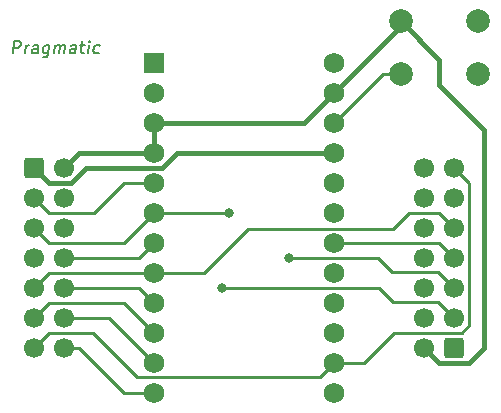
<source format=gtl>
%TF.GenerationSoftware,KiCad,Pcbnew,(6.0.1-0)*%
%TF.CreationDate,2022-02-06T14:25:27+08:00*%
%TF.ProjectId,Pragmatic,50726167-6d61-4746-9963-2e6b69636164,V2*%
%TF.SameCoordinates,Original*%
%TF.FileFunction,Copper,L1,Top*%
%TF.FilePolarity,Positive*%
%FSLAX46Y46*%
G04 Gerber Fmt 4.6, Leading zero omitted, Abs format (unit mm)*
G04 Created by KiCad (PCBNEW (6.0.1-0)) date 2022-02-06 14:25:27*
%MOMM*%
%LPD*%
G01*
G04 APERTURE LIST*
G04 Aperture macros list*
%AMRoundRect*
0 Rectangle with rounded corners*
0 $1 Rounding radius*
0 $2 $3 $4 $5 $6 $7 $8 $9 X,Y pos of 4 corners*
0 Add a 4 corners polygon primitive as box body*
4,1,4,$2,$3,$4,$5,$6,$7,$8,$9,$2,$3,0*
0 Add four circle primitives for the rounded corners*
1,1,$1+$1,$2,$3*
1,1,$1+$1,$4,$5*
1,1,$1+$1,$6,$7*
1,1,$1+$1,$8,$9*
0 Add four rect primitives between the rounded corners*
20,1,$1+$1,$2,$3,$4,$5,0*
20,1,$1+$1,$4,$5,$6,$7,0*
20,1,$1+$1,$6,$7,$8,$9,0*
20,1,$1+$1,$8,$9,$2,$3,0*%
G04 Aperture macros list end*
%ADD10C,0.177800*%
%TA.AperFunction,NonConductor*%
%ADD11C,0.177800*%
%TD*%
%TA.AperFunction,ComponentPad*%
%ADD12RoundRect,0.250000X-0.600000X-0.600000X0.600000X-0.600000X0.600000X0.600000X-0.600000X0.600000X0*%
%TD*%
%TA.AperFunction,ComponentPad*%
%ADD13C,1.700000*%
%TD*%
%TA.AperFunction,ComponentPad*%
%ADD14RoundRect,0.250000X0.600000X0.600000X-0.600000X0.600000X-0.600000X-0.600000X0.600000X-0.600000X0*%
%TD*%
%TA.AperFunction,ComponentPad*%
%ADD15C,2.000000*%
%TD*%
%TA.AperFunction,ComponentPad*%
%ADD16R,1.752600X1.752600*%
%TD*%
%TA.AperFunction,ComponentPad*%
%ADD17C,1.752600*%
%TD*%
%TA.AperFunction,ViaPad*%
%ADD18C,0.800000*%
%TD*%
%TA.AperFunction,Conductor*%
%ADD19C,0.250000*%
%TD*%
%TA.AperFunction,Conductor*%
%ADD20C,0.381000*%
%TD*%
G04 APERTURE END LIST*
D10*
D11*
X120124431Y-48719619D02*
X120251431Y-47703619D01*
X120638479Y-47703619D01*
X120729193Y-47752000D01*
X120771526Y-47800380D01*
X120807812Y-47897142D01*
X120789669Y-48042285D01*
X120729193Y-48139047D01*
X120674765Y-48187428D01*
X120571955Y-48235809D01*
X120184907Y-48235809D01*
X121140431Y-48719619D02*
X121225098Y-48042285D01*
X121200907Y-48235809D02*
X121261384Y-48139047D01*
X121315812Y-48090666D01*
X121418622Y-48042285D01*
X121515384Y-48042285D01*
X122204812Y-48719619D02*
X122271336Y-48187428D01*
X122235050Y-48090666D01*
X122144336Y-48042285D01*
X121950812Y-48042285D01*
X121848003Y-48090666D01*
X122210860Y-48671238D02*
X122108050Y-48719619D01*
X121866145Y-48719619D01*
X121775431Y-48671238D01*
X121739145Y-48574476D01*
X121751241Y-48477714D01*
X121811717Y-48380952D01*
X121914526Y-48332571D01*
X122156431Y-48332571D01*
X122259241Y-48284190D01*
X123208717Y-48042285D02*
X123105907Y-48864761D01*
X123045431Y-48961523D01*
X122991003Y-49009904D01*
X122888193Y-49058285D01*
X122743050Y-49058285D01*
X122652336Y-49009904D01*
X123130098Y-48671238D02*
X123027288Y-48719619D01*
X122833765Y-48719619D01*
X122743050Y-48671238D01*
X122700717Y-48622857D01*
X122664431Y-48526095D01*
X122700717Y-48235809D01*
X122761193Y-48139047D01*
X122815622Y-48090666D01*
X122918431Y-48042285D01*
X123111955Y-48042285D01*
X123202669Y-48090666D01*
X123607860Y-48719619D02*
X123692526Y-48042285D01*
X123680431Y-48139047D02*
X123734860Y-48090666D01*
X123837669Y-48042285D01*
X123982812Y-48042285D01*
X124073526Y-48090666D01*
X124109812Y-48187428D01*
X124043288Y-48719619D01*
X124109812Y-48187428D02*
X124170288Y-48090666D01*
X124273098Y-48042285D01*
X124418241Y-48042285D01*
X124508955Y-48090666D01*
X124545241Y-48187428D01*
X124478717Y-48719619D01*
X125397955Y-48719619D02*
X125464479Y-48187428D01*
X125428193Y-48090666D01*
X125337479Y-48042285D01*
X125143955Y-48042285D01*
X125041145Y-48090666D01*
X125404003Y-48671238D02*
X125301193Y-48719619D01*
X125059288Y-48719619D01*
X124968574Y-48671238D01*
X124932288Y-48574476D01*
X124944384Y-48477714D01*
X125004860Y-48380952D01*
X125107669Y-48332571D01*
X125349574Y-48332571D01*
X125452384Y-48284190D01*
X125821288Y-48042285D02*
X126208336Y-48042285D01*
X126008765Y-47703619D02*
X125899907Y-48574476D01*
X125936193Y-48671238D01*
X126026907Y-48719619D01*
X126123669Y-48719619D01*
X126462336Y-48719619D02*
X126547003Y-48042285D01*
X126589336Y-47703619D02*
X126534907Y-47752000D01*
X126577241Y-47800380D01*
X126631669Y-47752000D01*
X126589336Y-47703619D01*
X126577241Y-47800380D01*
X127387622Y-48671238D02*
X127284812Y-48719619D01*
X127091288Y-48719619D01*
X127000574Y-48671238D01*
X126958241Y-48622857D01*
X126921955Y-48526095D01*
X126958241Y-48235809D01*
X127018717Y-48139047D01*
X127073145Y-48090666D01*
X127175955Y-48042285D01*
X127369479Y-48042285D01*
X127460193Y-48090666D01*
D12*
%TO.P,J1,1,Pin_1*%
%TO.N,VCC*%
X121920000Y-58420000D03*
D13*
%TO.P,J1,2,Pin_2*%
%TO.N,GND*%
X124460000Y-58420000D03*
%TO.P,J1,3,Pin_3*%
%TO.N,Row1*%
X121920000Y-60960000D03*
%TO.P,J1,4,Pin_4*%
%TO.N,Col1*%
X124460000Y-60960000D03*
%TO.P,J1,5,Pin_5*%
%TO.N,Row2*%
X121920000Y-63500000D03*
%TO.P,J1,6,Pin_6*%
%TO.N,Col2*%
X124460000Y-63500000D03*
%TO.P,J1,7,Pin_7*%
%TO.N,Row3*%
X121920000Y-66040000D03*
%TO.P,J1,8,Pin_8*%
%TO.N,Col3*%
X124460000Y-66040000D03*
%TO.P,J1,9,Pin_9*%
%TO.N,Row4*%
X121920000Y-68580000D03*
%TO.P,J1,10,Pin_10*%
%TO.N,Col4*%
X124460000Y-68580000D03*
%TO.P,J1,11,Pin_11*%
%TO.N,Row5*%
X121920000Y-71120000D03*
%TO.P,J1,12,Pin_12*%
%TO.N,Col5*%
X124460000Y-71120000D03*
%TO.P,J1,13,Pin_13*%
%TO.N,Row6*%
X121920000Y-73660000D03*
%TO.P,J1,14,Pin_14*%
%TO.N,Col6*%
X124460000Y-73660000D03*
%TD*%
D14*
%TO.P,J2,1,Pin_1*%
%TO.N,VCC*%
X157480000Y-73660000D03*
D13*
%TO.P,J2,2,Pin_2*%
%TO.N,GND*%
X154940000Y-73660000D03*
%TO.P,J2,3,Pin_3*%
%TO.N,Row1*%
X157480000Y-71120000D03*
%TO.P,J2,4,Pin_4*%
%TO.N,Col7*%
X154940000Y-71120000D03*
%TO.P,J2,5,Pin_5*%
%TO.N,Row2*%
X157480000Y-68580000D03*
%TO.P,J2,6,Pin_6*%
%TO.N,Col8*%
X154940000Y-68580000D03*
%TO.P,J2,7,Pin_7*%
%TO.N,Row3*%
X157480000Y-66040000D03*
%TO.P,J2,8,Pin_8*%
%TO.N,Col9*%
X154940000Y-66040000D03*
%TO.P,J2,9,Pin_9*%
%TO.N,Row4*%
X157480000Y-63500000D03*
%TO.P,J2,10,Pin_10*%
%TO.N,Col10*%
X154940000Y-63500000D03*
%TO.P,J2,11,Pin_11*%
%TO.N,Row5*%
X157480000Y-60960000D03*
%TO.P,J2,12,Pin_12*%
%TO.N,Col11*%
X154940000Y-60960000D03*
%TO.P,J2,13,Pin_13*%
%TO.N,Row6*%
X157480000Y-58420000D03*
%TO.P,J2,14,Pin_14*%
%TO.N,Col12*%
X154940000Y-58420000D03*
%TD*%
D15*
%TO.P,SW1,*%
%TO.N,*%
X159460000Y-50510000D03*
X159460000Y-46010000D03*
%TO.P,SW1,1,1*%
%TO.N,Reset*%
X152960000Y-50510000D03*
%TO.P,SW1,2,2*%
%TO.N,GND*%
X152960000Y-46010000D03*
%TD*%
D16*
%TO.P,U1,1,TX*%
%TO.N,Col1*%
X132080000Y-49530000D03*
D17*
%TO.P,U1,2,RX*%
%TO.N,Col2*%
X132080000Y-52070000D03*
%TO.P,U1,3,GND*%
%TO.N,GND*%
X132080000Y-54610000D03*
%TO.P,U1,4,GND*%
X132080000Y-57150000D03*
%TO.P,U1,5,SDA*%
%TO.N,Row1*%
X132080000Y-59690000D03*
%TO.P,U1,6,SCL*%
%TO.N,Row2*%
X132080000Y-62230000D03*
%TO.P,U1,7,D4*%
%TO.N,Col3*%
X132080000Y-64770000D03*
%TO.P,U1,8,C6*%
%TO.N,Row4*%
X132080000Y-67310000D03*
%TO.P,U1,9,D7*%
%TO.N,Col4*%
X132080000Y-69850000D03*
%TO.P,U1,10,E6*%
%TO.N,Row5*%
X132080000Y-72390000D03*
%TO.P,U1,11,B4*%
%TO.N,Col5*%
X132080000Y-74930000D03*
%TO.P,U1,12,B5*%
%TO.N,Col6*%
X132080000Y-77470000D03*
%TO.P,U1,13,B6*%
%TO.N,Col7*%
X147320000Y-77470000D03*
%TO.P,U1,14,B2*%
%TO.N,Row6*%
X147320000Y-74930000D03*
%TO.P,U1,15,B3*%
%TO.N,Col8*%
X147320000Y-72390000D03*
%TO.P,U1,16,B1*%
%TO.N,Col9*%
X147320000Y-69850000D03*
%TO.P,U1,17,F7*%
%TO.N,Col10*%
X147320000Y-67310000D03*
%TO.P,U1,18,F6*%
%TO.N,Row3*%
X147320000Y-64770000D03*
%TO.P,U1,19,F5*%
%TO.N,Col11*%
X147320000Y-62230000D03*
%TO.P,U1,20,F4*%
%TO.N,Col12*%
X147320000Y-59690000D03*
%TO.P,U1,21,VCC*%
%TO.N,VCC*%
X147320000Y-57150000D03*
%TO.P,U1,22,RST*%
%TO.N,Reset*%
X147320000Y-54610000D03*
%TO.P,U1,23,GND*%
%TO.N,GND*%
X147320000Y-52070000D03*
%TO.P,U1,24,RAW*%
%TO.N,unconnected-(U1-Pad24)*%
X147320000Y-49530000D03*
%TD*%
D18*
%TO.N,Row1*%
X137795000Y-68580000D03*
%TO.N,Row2*%
X143510000Y-66040000D03*
X138430000Y-62229999D03*
%TD*%
D19*
%TO.N,Row1*%
X157480000Y-71120000D02*
X156114511Y-69754511D01*
X129540000Y-59690000D02*
X127000000Y-62230000D01*
X156114511Y-69754511D02*
X152304511Y-69754511D01*
X123190000Y-62230000D02*
X121920000Y-60960000D01*
X151130000Y-68580000D02*
X137795000Y-68580000D01*
X152304511Y-69754511D02*
X151130000Y-68580000D01*
X127000000Y-62230000D02*
X123190000Y-62230000D01*
X132080000Y-59690000D02*
X129540000Y-59690000D01*
D20*
%TO.N,VCC*%
X133985000Y-57150000D02*
X132715000Y-58420000D01*
X132715000Y-58420000D02*
X126289320Y-58420000D01*
X125019320Y-59690000D02*
X123190000Y-59690000D01*
X123190000Y-59690000D02*
X121920000Y-58420000D01*
X147320000Y-57150000D02*
X133985000Y-57150000D01*
X126289320Y-58420000D02*
X125019320Y-59690000D01*
D19*
%TO.N,Row3*%
X147320000Y-64770000D02*
X156210000Y-64770000D01*
X156210000Y-64770000D02*
X157480000Y-66040000D01*
%TO.N,Row5*%
X132080000Y-72390000D02*
X129540000Y-69850000D01*
X123190000Y-69850000D02*
X121920000Y-71120000D01*
X129540000Y-69850000D02*
X123190000Y-69850000D01*
%TO.N,Row6*%
X149860000Y-74930000D02*
X147320000Y-74930000D01*
X146119189Y-76130811D02*
X130618816Y-76130811D01*
X157480000Y-58420000D02*
X158750000Y-59690000D01*
X158115000Y-72390000D02*
X152400000Y-72390000D01*
X152400000Y-72390000D02*
X149860000Y-74930000D01*
X130618816Y-76130811D02*
X126878005Y-72390000D01*
X158750000Y-71755000D02*
X158115000Y-72390000D01*
X123190000Y-72390000D02*
X121920000Y-73660000D01*
X147320000Y-74930000D02*
X146119189Y-76130811D01*
X158750000Y-59690000D02*
X158750000Y-71755000D01*
X126878005Y-72390000D02*
X123190000Y-72390000D01*
%TO.N,Row4*%
X152330811Y-63569189D02*
X140020411Y-63569189D01*
X123190000Y-67310000D02*
X121920000Y-68580000D01*
X156210000Y-62230000D02*
X153670000Y-62230000D01*
X132080000Y-67310000D02*
X123190000Y-67310000D01*
X153670000Y-62230000D02*
X152330811Y-63569189D01*
X136279600Y-67310000D02*
X132080000Y-67310000D01*
X157480000Y-63500000D02*
X156210000Y-62230000D01*
X140020411Y-63569189D02*
X136279600Y-67310000D01*
%TO.N,Col6*%
X125730000Y-73660000D02*
X124460000Y-73660000D01*
X132080000Y-77470000D02*
X129540000Y-77470000D01*
X129540000Y-77470000D02*
X125730000Y-73660000D01*
%TO.N,Col5*%
X132080000Y-74930000D02*
X128270000Y-71120000D01*
X128270000Y-71120000D02*
X124460000Y-71120000D01*
%TO.N,Col4*%
X132080000Y-69850000D02*
X130810000Y-68580000D01*
X130810000Y-68580000D02*
X124460000Y-68580000D01*
%TO.N,Col3*%
X130810000Y-66040000D02*
X124460000Y-66040000D01*
X132080000Y-64770000D02*
X130810000Y-66040000D01*
%TO.N,Row2*%
X151026602Y-66040000D02*
X143510000Y-66040000D01*
X157480000Y-68580000D02*
X156114511Y-67214511D01*
X132080000Y-62230000D02*
X138430000Y-62229999D01*
X129540000Y-64770000D02*
X123190000Y-64770000D01*
X123190000Y-64770000D02*
X121920000Y-63500000D01*
X156114511Y-67214511D02*
X152201113Y-67214511D01*
X132080000Y-62230000D02*
X129540000Y-64770000D01*
X152201113Y-67214511D02*
X151026602Y-66040000D01*
%TO.N,Reset*%
X151420000Y-50510000D02*
X147320000Y-54610000D01*
X152960000Y-50510000D02*
X151420000Y-50510000D01*
D20*
%TO.N,GND*%
X152960000Y-46010000D02*
X156210000Y-49260000D01*
X147320000Y-52070000D02*
X152960000Y-46430000D01*
X156210000Y-74930000D02*
X154940000Y-73660000D01*
X132080000Y-54610000D02*
X144780000Y-54610000D01*
X132080000Y-57150000D02*
X125730000Y-57150000D01*
X158750000Y-74930000D02*
X156210000Y-74930000D01*
X160020000Y-73660000D02*
X158750000Y-74930000D01*
X132080000Y-57150000D02*
X132080000Y-54610000D01*
X152960000Y-46430000D02*
X152960000Y-46010000D01*
X152885000Y-46505000D02*
X152885000Y-46300000D01*
X125730000Y-57150000D02*
X124460000Y-58420000D01*
X156210000Y-49260000D02*
X156210000Y-51435000D01*
X160020000Y-55245000D02*
X160020000Y-73660000D01*
X156210000Y-51435000D02*
X160020000Y-55245000D01*
X144780000Y-54610000D02*
X147320000Y-52070000D01*
%TD*%
M02*

</source>
